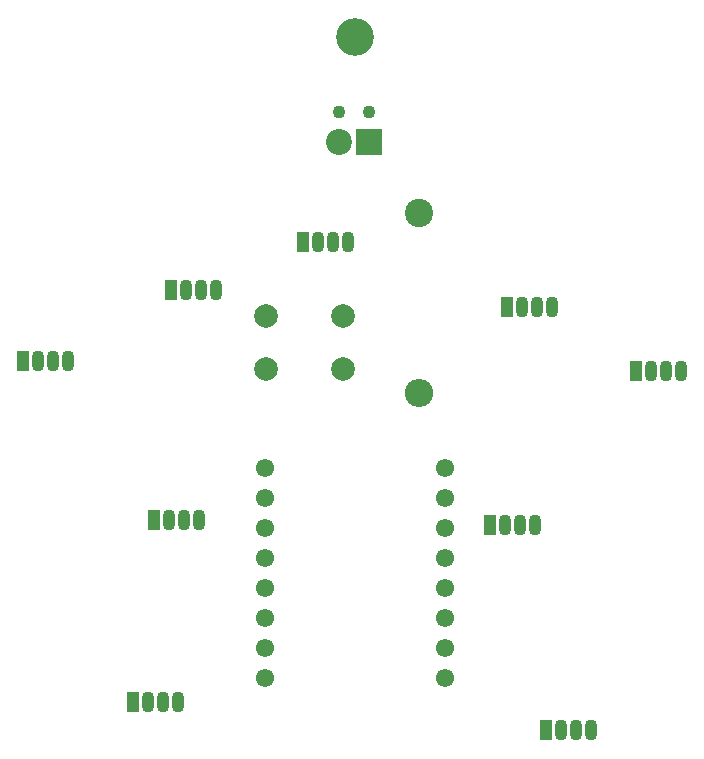
<source format=gbr>
%TF.GenerationSoftware,KiCad,Pcbnew,6.0.2+dfsg-1*%
%TF.CreationDate,2025-11-15T19:05:01+01:00*%
%TF.ProjectId,xmas,786d6173-2e6b-4696-9361-645f70636258,rev?*%
%TF.SameCoordinates,Original*%
%TF.FileFunction,Soldermask,Bot*%
%TF.FilePolarity,Negative*%
%FSLAX46Y46*%
G04 Gerber Fmt 4.6, Leading zero omitted, Abs format (unit mm)*
G04 Created by KiCad (PCBNEW 6.0.2+dfsg-1) date 2025-11-15 19:05:01*
%MOMM*%
%LPD*%
G01*
G04 APERTURE LIST*
%ADD10C,3.200000*%
%ADD11R,1.070000X1.800000*%
%ADD12O,1.070000X1.800000*%
%ADD13C,2.000000*%
%ADD14C,2.400000*%
%ADD15O,2.400000X2.400000*%
%ADD16C,1.100000*%
%ADD17R,2.200000X2.200000*%
%ADD18C,2.200000*%
%ADD19C,1.552000*%
G04 APERTURE END LIST*
D10*
%TO.C,H1*%
X96100000Y-45700000D03*
%TD*%
D11*
%TO.C,D9*%
X91700000Y-63100000D03*
D12*
X92970000Y-63100000D03*
X94240000Y-63100000D03*
X95510000Y-63100000D03*
%TD*%
D13*
%TO.C,SW1*%
X95050000Y-69350000D03*
X88550000Y-69350000D03*
X95050000Y-73850000D03*
X88550000Y-73850000D03*
%TD*%
D14*
%TO.C,R1*%
X101500000Y-60580000D03*
D15*
X101500000Y-75820000D03*
%TD*%
D11*
%TO.C,D8*%
X80490000Y-67100000D03*
D12*
X81760000Y-67100000D03*
X83030000Y-67100000D03*
X84300000Y-67100000D03*
%TD*%
D11*
%TO.C,D7*%
X68000000Y-73100000D03*
D12*
X69270000Y-73100000D03*
X70540000Y-73100000D03*
X71810000Y-73100000D03*
%TD*%
D11*
%TO.C,D6*%
X79100000Y-86600000D03*
D12*
X80370000Y-86600000D03*
X81640000Y-86600000D03*
X82910000Y-86600000D03*
%TD*%
D11*
%TO.C,D5*%
X77300000Y-102000000D03*
D12*
X78570000Y-102000000D03*
X79840000Y-102000000D03*
X81110000Y-102000000D03*
%TD*%
D11*
%TO.C,D4*%
X112300000Y-104400000D03*
D12*
X113570000Y-104400000D03*
X114840000Y-104400000D03*
X116110000Y-104400000D03*
%TD*%
D11*
%TO.C,D3*%
X107500000Y-87000000D03*
D12*
X108770000Y-87000000D03*
X110040000Y-87000000D03*
X111310000Y-87000000D03*
%TD*%
D11*
%TO.C,D2*%
X119900000Y-74000000D03*
D12*
X121170000Y-74000000D03*
X122440000Y-74000000D03*
X123710000Y-74000000D03*
%TD*%
D11*
%TO.C,D1*%
X109000000Y-68600000D03*
D12*
X110270000Y-68600000D03*
X111540000Y-68600000D03*
X112810000Y-68600000D03*
%TD*%
D16*
%TO.C,J1*%
X97300000Y-52060000D03*
X94760000Y-52060000D03*
D17*
X97300000Y-54600000D03*
D18*
X94760000Y-54600000D03*
%TD*%
D19*
%TO.C,U1*%
X103720000Y-100000000D03*
X103720000Y-97460000D03*
X103720000Y-94920000D03*
X103720000Y-92380000D03*
X103720000Y-89840000D03*
X103720000Y-87300000D03*
X103720000Y-84760000D03*
X103720000Y-82220000D03*
X88480000Y-82220000D03*
X88480000Y-84760000D03*
X88480000Y-87300000D03*
X88480000Y-89840000D03*
X88480000Y-92380000D03*
X88480000Y-94920000D03*
X88480000Y-97460000D03*
X88480000Y-100000000D03*
%TD*%
M02*

</source>
